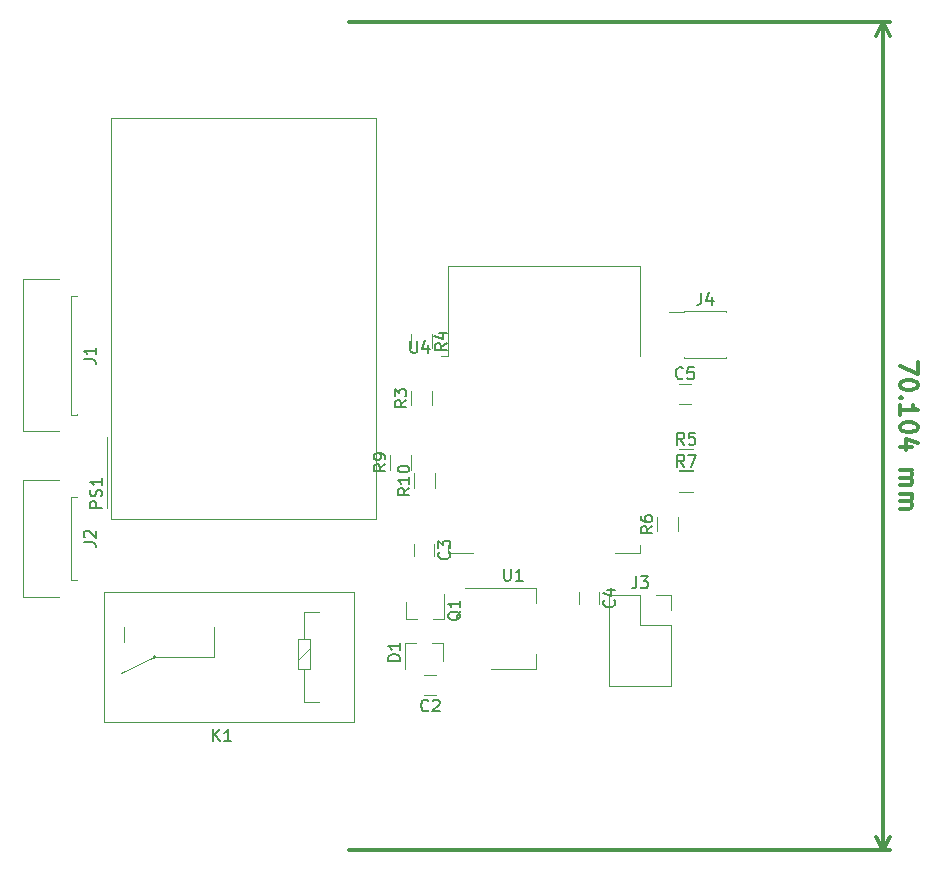
<source format=gbr>
G04 #@! TF.GenerationSoftware,KiCad,Pcbnew,(5.1.6)-1*
G04 #@! TF.CreationDate,2020-08-03T23:37:11+02:00*
G04 #@! TF.ProjectId,loftrelayRound,6c6f6674-7265-46c6-9179-526f756e642e,rev?*
G04 #@! TF.SameCoordinates,Original*
G04 #@! TF.FileFunction,Legend,Top*
G04 #@! TF.FilePolarity,Positive*
%FSLAX46Y46*%
G04 Gerber Fmt 4.6, Leading zero omitted, Abs format (unit mm)*
G04 Created by KiCad (PCBNEW (5.1.6)-1) date 2020-08-03 23:37:11*
%MOMM*%
%LPD*%
G01*
G04 APERTURE LIST*
%ADD10C,0.300000*%
%ADD11C,0.120000*%
%ADD12C,0.150000*%
G04 APERTURE END LIST*
D10*
X196723428Y-111570285D02*
X196723428Y-112570285D01*
X195223428Y-111927428D01*
X196723428Y-113427428D02*
X196723428Y-113570285D01*
X196652000Y-113713142D01*
X196580571Y-113784571D01*
X196437714Y-113856000D01*
X196152000Y-113927428D01*
X195794857Y-113927428D01*
X195509142Y-113856000D01*
X195366285Y-113784571D01*
X195294857Y-113713142D01*
X195223428Y-113570285D01*
X195223428Y-113427428D01*
X195294857Y-113284571D01*
X195366285Y-113213142D01*
X195509142Y-113141714D01*
X195794857Y-113070285D01*
X196152000Y-113070285D01*
X196437714Y-113141714D01*
X196580571Y-113213142D01*
X196652000Y-113284571D01*
X196723428Y-113427428D01*
X195366285Y-114570285D02*
X195294857Y-114641714D01*
X195223428Y-114570285D01*
X195294857Y-114498857D01*
X195366285Y-114570285D01*
X195223428Y-114570285D01*
X195223428Y-116070285D02*
X195223428Y-115213142D01*
X195223428Y-115641714D02*
X196723428Y-115641714D01*
X196509142Y-115498857D01*
X196366285Y-115356000D01*
X196294857Y-115213142D01*
X196723428Y-116998857D02*
X196723428Y-117141714D01*
X196652000Y-117284571D01*
X196580571Y-117356000D01*
X196437714Y-117427428D01*
X196152000Y-117498857D01*
X195794857Y-117498857D01*
X195509142Y-117427428D01*
X195366285Y-117356000D01*
X195294857Y-117284571D01*
X195223428Y-117141714D01*
X195223428Y-116998857D01*
X195294857Y-116856000D01*
X195366285Y-116784571D01*
X195509142Y-116713142D01*
X195794857Y-116641714D01*
X196152000Y-116641714D01*
X196437714Y-116713142D01*
X196580571Y-116784571D01*
X196652000Y-116856000D01*
X196723428Y-116998857D01*
X196223428Y-118784571D02*
X195223428Y-118784571D01*
X196794857Y-118427428D02*
X195723428Y-118070285D01*
X195723428Y-118998857D01*
X195223428Y-120713142D02*
X196223428Y-120713142D01*
X196080571Y-120713142D02*
X196152000Y-120784571D01*
X196223428Y-120927428D01*
X196223428Y-121141714D01*
X196152000Y-121284571D01*
X196009142Y-121356000D01*
X195223428Y-121356000D01*
X196009142Y-121356000D02*
X196152000Y-121427428D01*
X196223428Y-121570285D01*
X196223428Y-121784571D01*
X196152000Y-121927428D01*
X196009142Y-121998857D01*
X195223428Y-121998857D01*
X195223428Y-122713142D02*
X196223428Y-122713142D01*
X196080571Y-122713142D02*
X196152000Y-122784571D01*
X196223428Y-122927428D01*
X196223428Y-123141714D01*
X196152000Y-123284571D01*
X196009142Y-123356000D01*
X195223428Y-123356000D01*
X196009142Y-123356000D02*
X196152000Y-123427428D01*
X196223428Y-123570285D01*
X196223428Y-123784571D01*
X196152000Y-123927428D01*
X196009142Y-123998857D01*
X195223428Y-123998857D01*
X193802000Y-82804000D02*
X193802000Y-152908000D01*
X148590000Y-82804000D02*
X194388421Y-82804000D01*
X148590000Y-152908000D02*
X194388421Y-152908000D01*
X193802000Y-152908000D02*
X193215579Y-151781496D01*
X193802000Y-152908000D02*
X194388421Y-151781496D01*
X193802000Y-82804000D02*
X193215579Y-83930504D01*
X193802000Y-82804000D02*
X194388421Y-83930504D01*
D11*
X124065000Y-121565000D02*
X120990000Y-121565000D01*
X120990000Y-121565000D02*
X120990000Y-131435000D01*
X120990000Y-131435000D02*
X124065000Y-131435000D01*
X125580000Y-123005000D02*
X125580000Y-122985000D01*
X125580000Y-122985000D02*
X125080000Y-122985000D01*
X125080000Y-122985000D02*
X125080000Y-130015000D01*
X125080000Y-130015000D02*
X125580000Y-130015000D01*
X125580000Y-130015000D02*
X125580000Y-129995000D01*
X124065000Y-104565000D02*
X120990000Y-104565000D01*
X120990000Y-104565000D02*
X120990000Y-117435000D01*
X120990000Y-117435000D02*
X124065000Y-117435000D01*
X125580000Y-106005000D02*
X125580000Y-105985000D01*
X125580000Y-105985000D02*
X125080000Y-105985000D01*
X125080000Y-105985000D02*
X125080000Y-116015000D01*
X125080000Y-116015000D02*
X125580000Y-116015000D01*
X125580000Y-116015000D02*
X125580000Y-115995000D01*
X154968000Y-139788000D02*
X155968000Y-139788000D01*
X155968000Y-138088000D02*
X154968000Y-138088000D01*
X154090000Y-126988000D02*
X154090000Y-127988000D01*
X155790000Y-127988000D02*
X155790000Y-126988000D01*
X169760000Y-132052000D02*
X169760000Y-131052000D01*
X168060000Y-131052000D02*
X168060000Y-132052000D01*
X155566000Y-114034000D02*
X155566000Y-115234000D01*
X153806000Y-115234000D02*
X153806000Y-114034000D01*
X155566000Y-109208000D02*
X155566000Y-110408000D01*
X153806000Y-110408000D02*
X153806000Y-109208000D01*
X176518000Y-118920000D02*
X177718000Y-118920000D01*
X177718000Y-120680000D02*
X176518000Y-120680000D01*
X176394000Y-124702000D02*
X176394000Y-125902000D01*
X174634000Y-125902000D02*
X174634000Y-124702000D01*
X176518000Y-120786000D02*
X177718000Y-120786000D01*
X177718000Y-122546000D02*
X176518000Y-122546000D01*
X156980000Y-111070000D02*
X156370000Y-111070000D01*
X156980000Y-111070000D02*
X156980000Y-103450000D01*
X156980000Y-127690000D02*
X156980000Y-127070000D01*
X159100000Y-127690000D02*
X156980000Y-127690000D01*
X173220000Y-127690000D02*
X171100000Y-127690000D01*
X173220000Y-127070000D02*
X173220000Y-127690000D01*
X173220000Y-103450000D02*
X173220000Y-111070000D01*
X156980000Y-103450000D02*
X173220000Y-103450000D01*
X153426000Y-133332000D02*
X154356000Y-133332000D01*
X156586000Y-133332000D02*
X155656000Y-133332000D01*
X156586000Y-133332000D02*
X156586000Y-131172000D01*
X153426000Y-133332000D02*
X153426000Y-131872000D01*
X132080000Y-136525000D02*
X129290000Y-137925000D01*
X129540000Y-133985000D02*
X129540000Y-135255000D01*
X137160000Y-133985000D02*
X137160000Y-136525000D01*
X137160000Y-136525000D02*
X132080000Y-136525000D01*
X145290000Y-135765000D02*
X144270000Y-136775000D01*
X144780000Y-140335000D02*
X146050000Y-140335000D01*
X144780000Y-137545000D02*
X144780000Y-140335000D01*
X144780000Y-132715000D02*
X144780000Y-135005000D01*
X146050000Y-132715000D02*
X144780000Y-132715000D01*
X144780000Y-135005000D02*
X145290000Y-135005000D01*
X145290000Y-135005000D02*
X145290000Y-137545000D01*
X145290000Y-137545000D02*
X144780000Y-137545000D01*
X144780000Y-137545000D02*
X144270000Y-137545000D01*
X144270000Y-137545000D02*
X144270000Y-135005000D01*
X144270000Y-135005000D02*
X144780000Y-135005000D01*
X149000000Y-131025000D02*
X127860000Y-131025000D01*
X127860000Y-131025000D02*
X127860000Y-142025000D01*
X149000000Y-131025000D02*
X149000000Y-142025000D01*
X149000000Y-142025000D02*
X127860000Y-142025000D01*
X132210000Y-136525000D02*
G75*
G03*
X132210000Y-136525000I-130000J0D01*
G01*
X177518000Y-113450000D02*
X176518000Y-113450000D01*
X176518000Y-115150000D02*
X177518000Y-115150000D01*
X128060001Y-123874999D02*
X128060001Y-117874999D01*
X150830001Y-124844999D02*
X150830001Y-90904999D01*
X128390001Y-124844999D02*
X128390001Y-90904999D01*
X128390001Y-90904999D02*
X150830001Y-90904999D01*
X150830001Y-124844999D02*
X128390001Y-124844999D01*
X158358000Y-130702000D02*
X164368000Y-130702000D01*
X160608000Y-137522000D02*
X164368000Y-137522000D01*
X164368000Y-130702000D02*
X164368000Y-131962000D01*
X164368000Y-137522000D02*
X164368000Y-136262000D01*
X156520000Y-135368000D02*
X156520000Y-136828000D01*
X153360000Y-135368000D02*
X153360000Y-137528000D01*
X153360000Y-135368000D02*
X154290000Y-135368000D01*
X156520000Y-135368000D02*
X155590000Y-135368000D01*
X176969000Y-107255000D02*
X180499000Y-107255000D01*
X176969000Y-111185000D02*
X180499000Y-111185000D01*
X175644000Y-107320000D02*
X176969000Y-107320000D01*
X176969000Y-107255000D02*
X176969000Y-107320000D01*
X180499000Y-107255000D02*
X180499000Y-107320000D01*
X176969000Y-111120000D02*
X176969000Y-111185000D01*
X180499000Y-111120000D02*
X180499000Y-111185000D01*
X175828000Y-133858000D02*
X175828000Y-138998000D01*
X175828000Y-138998000D02*
X170628000Y-138998000D01*
X170628000Y-138998000D02*
X170628000Y-131258000D01*
X170628000Y-131258000D02*
X173228000Y-131258000D01*
X173228000Y-131258000D02*
X173228000Y-133858000D01*
X173228000Y-133858000D02*
X175828000Y-133858000D01*
X175828000Y-132588000D02*
X175828000Y-131258000D01*
X175828000Y-131258000D02*
X174558000Y-131258000D01*
X153788000Y-119462000D02*
X153788000Y-120662000D01*
X152028000Y-120662000D02*
X152028000Y-119462000D01*
X154060000Y-122186000D02*
X154060000Y-120986000D01*
X155820000Y-120986000D02*
X155820000Y-122186000D01*
D12*
X126122380Y-126833333D02*
X126836666Y-126833333D01*
X126979523Y-126880952D01*
X127074761Y-126976190D01*
X127122380Y-127119047D01*
X127122380Y-127214285D01*
X126217619Y-126404761D02*
X126170000Y-126357142D01*
X126122380Y-126261904D01*
X126122380Y-126023809D01*
X126170000Y-125928571D01*
X126217619Y-125880952D01*
X126312857Y-125833333D01*
X126408095Y-125833333D01*
X126550952Y-125880952D01*
X127122380Y-126452380D01*
X127122380Y-125833333D01*
X126122380Y-111333333D02*
X126836666Y-111333333D01*
X126979523Y-111380952D01*
X127074761Y-111476190D01*
X127122380Y-111619047D01*
X127122380Y-111714285D01*
X127122380Y-110333333D02*
X127122380Y-110904761D01*
X127122380Y-110619047D02*
X126122380Y-110619047D01*
X126265238Y-110714285D01*
X126360476Y-110809523D01*
X126408095Y-110904761D01*
X155301333Y-141045142D02*
X155253714Y-141092761D01*
X155110857Y-141140380D01*
X155015619Y-141140380D01*
X154872761Y-141092761D01*
X154777523Y-140997523D01*
X154729904Y-140902285D01*
X154682285Y-140711809D01*
X154682285Y-140568952D01*
X154729904Y-140378476D01*
X154777523Y-140283238D01*
X154872761Y-140188000D01*
X155015619Y-140140380D01*
X155110857Y-140140380D01*
X155253714Y-140188000D01*
X155301333Y-140235619D01*
X155682285Y-140235619D02*
X155729904Y-140188000D01*
X155825142Y-140140380D01*
X156063238Y-140140380D01*
X156158476Y-140188000D01*
X156206095Y-140235619D01*
X156253714Y-140330857D01*
X156253714Y-140426095D01*
X156206095Y-140568952D01*
X155634666Y-141140380D01*
X156253714Y-141140380D01*
X157047142Y-127654666D02*
X157094761Y-127702285D01*
X157142380Y-127845142D01*
X157142380Y-127940380D01*
X157094761Y-128083238D01*
X156999523Y-128178476D01*
X156904285Y-128226095D01*
X156713809Y-128273714D01*
X156570952Y-128273714D01*
X156380476Y-128226095D01*
X156285238Y-128178476D01*
X156190000Y-128083238D01*
X156142380Y-127940380D01*
X156142380Y-127845142D01*
X156190000Y-127702285D01*
X156237619Y-127654666D01*
X156142380Y-127321333D02*
X156142380Y-126702285D01*
X156523333Y-127035619D01*
X156523333Y-126892761D01*
X156570952Y-126797523D01*
X156618571Y-126749904D01*
X156713809Y-126702285D01*
X156951904Y-126702285D01*
X157047142Y-126749904D01*
X157094761Y-126797523D01*
X157142380Y-126892761D01*
X157142380Y-127178476D01*
X157094761Y-127273714D01*
X157047142Y-127321333D01*
X171017142Y-131718666D02*
X171064761Y-131766285D01*
X171112380Y-131909142D01*
X171112380Y-132004380D01*
X171064761Y-132147238D01*
X170969523Y-132242476D01*
X170874285Y-132290095D01*
X170683809Y-132337714D01*
X170540952Y-132337714D01*
X170350476Y-132290095D01*
X170255238Y-132242476D01*
X170160000Y-132147238D01*
X170112380Y-132004380D01*
X170112380Y-131909142D01*
X170160000Y-131766285D01*
X170207619Y-131718666D01*
X170445714Y-130861523D02*
X171112380Y-130861523D01*
X170064761Y-131099619D02*
X170779047Y-131337714D01*
X170779047Y-130718666D01*
X153438380Y-114800666D02*
X152962190Y-115134000D01*
X153438380Y-115372095D02*
X152438380Y-115372095D01*
X152438380Y-114991142D01*
X152486000Y-114895904D01*
X152533619Y-114848285D01*
X152628857Y-114800666D01*
X152771714Y-114800666D01*
X152866952Y-114848285D01*
X152914571Y-114895904D01*
X152962190Y-114991142D01*
X152962190Y-115372095D01*
X152438380Y-114467333D02*
X152438380Y-113848285D01*
X152819333Y-114181619D01*
X152819333Y-114038761D01*
X152866952Y-113943523D01*
X152914571Y-113895904D01*
X153009809Y-113848285D01*
X153247904Y-113848285D01*
X153343142Y-113895904D01*
X153390761Y-113943523D01*
X153438380Y-114038761D01*
X153438380Y-114324476D01*
X153390761Y-114419714D01*
X153343142Y-114467333D01*
X156838380Y-109974666D02*
X156362190Y-110308000D01*
X156838380Y-110546095D02*
X155838380Y-110546095D01*
X155838380Y-110165142D01*
X155886000Y-110069904D01*
X155933619Y-110022285D01*
X156028857Y-109974666D01*
X156171714Y-109974666D01*
X156266952Y-110022285D01*
X156314571Y-110069904D01*
X156362190Y-110165142D01*
X156362190Y-110546095D01*
X156171714Y-109117523D02*
X156838380Y-109117523D01*
X155790761Y-109355619D02*
X156505047Y-109593714D01*
X156505047Y-108974666D01*
X176951333Y-118552380D02*
X176618000Y-118076190D01*
X176379904Y-118552380D02*
X176379904Y-117552380D01*
X176760857Y-117552380D01*
X176856095Y-117600000D01*
X176903714Y-117647619D01*
X176951333Y-117742857D01*
X176951333Y-117885714D01*
X176903714Y-117980952D01*
X176856095Y-118028571D01*
X176760857Y-118076190D01*
X176379904Y-118076190D01*
X177856095Y-117552380D02*
X177379904Y-117552380D01*
X177332285Y-118028571D01*
X177379904Y-117980952D01*
X177475142Y-117933333D01*
X177713238Y-117933333D01*
X177808476Y-117980952D01*
X177856095Y-118028571D01*
X177903714Y-118123809D01*
X177903714Y-118361904D01*
X177856095Y-118457142D01*
X177808476Y-118504761D01*
X177713238Y-118552380D01*
X177475142Y-118552380D01*
X177379904Y-118504761D01*
X177332285Y-118457142D01*
X174266380Y-125468666D02*
X173790190Y-125802000D01*
X174266380Y-126040095D02*
X173266380Y-126040095D01*
X173266380Y-125659142D01*
X173314000Y-125563904D01*
X173361619Y-125516285D01*
X173456857Y-125468666D01*
X173599714Y-125468666D01*
X173694952Y-125516285D01*
X173742571Y-125563904D01*
X173790190Y-125659142D01*
X173790190Y-126040095D01*
X173266380Y-124611523D02*
X173266380Y-124802000D01*
X173314000Y-124897238D01*
X173361619Y-124944857D01*
X173504476Y-125040095D01*
X173694952Y-125087714D01*
X174075904Y-125087714D01*
X174171142Y-125040095D01*
X174218761Y-124992476D01*
X174266380Y-124897238D01*
X174266380Y-124706761D01*
X174218761Y-124611523D01*
X174171142Y-124563904D01*
X174075904Y-124516285D01*
X173837809Y-124516285D01*
X173742571Y-124563904D01*
X173694952Y-124611523D01*
X173647333Y-124706761D01*
X173647333Y-124897238D01*
X173694952Y-124992476D01*
X173742571Y-125040095D01*
X173837809Y-125087714D01*
X176951333Y-120418380D02*
X176618000Y-119942190D01*
X176379904Y-120418380D02*
X176379904Y-119418380D01*
X176760857Y-119418380D01*
X176856095Y-119466000D01*
X176903714Y-119513619D01*
X176951333Y-119608857D01*
X176951333Y-119751714D01*
X176903714Y-119846952D01*
X176856095Y-119894571D01*
X176760857Y-119942190D01*
X176379904Y-119942190D01*
X177284666Y-119418380D02*
X177951333Y-119418380D01*
X177522761Y-120418380D01*
X153778095Y-109762380D02*
X153778095Y-110571904D01*
X153825714Y-110667142D01*
X153873333Y-110714761D01*
X153968571Y-110762380D01*
X154159047Y-110762380D01*
X154254285Y-110714761D01*
X154301904Y-110667142D01*
X154349523Y-110571904D01*
X154349523Y-109762380D01*
X155254285Y-110095714D02*
X155254285Y-110762380D01*
X155016190Y-109714761D02*
X154778095Y-110429047D01*
X155397142Y-110429047D01*
X158053619Y-132667238D02*
X158006000Y-132762476D01*
X157910761Y-132857714D01*
X157767904Y-133000571D01*
X157720285Y-133095809D01*
X157720285Y-133191047D01*
X157958380Y-133143428D02*
X157910761Y-133238666D01*
X157815523Y-133333904D01*
X157625047Y-133381523D01*
X157291714Y-133381523D01*
X157101238Y-133333904D01*
X157006000Y-133238666D01*
X156958380Y-133143428D01*
X156958380Y-132952952D01*
X157006000Y-132857714D01*
X157101238Y-132762476D01*
X157291714Y-132714857D01*
X157625047Y-132714857D01*
X157815523Y-132762476D01*
X157910761Y-132857714D01*
X157958380Y-132952952D01*
X157958380Y-133143428D01*
X157958380Y-131762476D02*
X157958380Y-132333904D01*
X157958380Y-132048190D02*
X156958380Y-132048190D01*
X157101238Y-132143428D01*
X157196476Y-132238666D01*
X157244095Y-132333904D01*
X137081904Y-143667380D02*
X137081904Y-142667380D01*
X137653333Y-143667380D02*
X137224761Y-143095952D01*
X137653333Y-142667380D02*
X137081904Y-143238809D01*
X138605714Y-143667380D02*
X138034285Y-143667380D01*
X138320000Y-143667380D02*
X138320000Y-142667380D01*
X138224761Y-142810238D01*
X138129523Y-142905476D01*
X138034285Y-142953095D01*
X176851333Y-112907142D02*
X176803714Y-112954761D01*
X176660857Y-113002380D01*
X176565619Y-113002380D01*
X176422761Y-112954761D01*
X176327523Y-112859523D01*
X176279904Y-112764285D01*
X176232285Y-112573809D01*
X176232285Y-112430952D01*
X176279904Y-112240476D01*
X176327523Y-112145238D01*
X176422761Y-112050000D01*
X176565619Y-112002380D01*
X176660857Y-112002380D01*
X176803714Y-112050000D01*
X176851333Y-112097619D01*
X177756095Y-112002380D02*
X177279904Y-112002380D01*
X177232285Y-112478571D01*
X177279904Y-112430952D01*
X177375142Y-112383333D01*
X177613238Y-112383333D01*
X177708476Y-112430952D01*
X177756095Y-112478571D01*
X177803714Y-112573809D01*
X177803714Y-112811904D01*
X177756095Y-112907142D01*
X177708476Y-112954761D01*
X177613238Y-113002380D01*
X177375142Y-113002380D01*
X177279904Y-112954761D01*
X177232285Y-112907142D01*
X127662381Y-123889284D02*
X126662381Y-123889284D01*
X126662381Y-123508332D01*
X126710001Y-123413094D01*
X126757620Y-123365475D01*
X126852858Y-123317856D01*
X126995715Y-123317856D01*
X127090953Y-123365475D01*
X127138572Y-123413094D01*
X127186191Y-123508332D01*
X127186191Y-123889284D01*
X127614762Y-122936903D02*
X127662381Y-122794046D01*
X127662381Y-122555951D01*
X127614762Y-122460713D01*
X127567143Y-122413094D01*
X127471905Y-122365475D01*
X127376667Y-122365475D01*
X127281429Y-122413094D01*
X127233810Y-122460713D01*
X127186191Y-122555951D01*
X127138572Y-122746427D01*
X127090953Y-122841665D01*
X127043334Y-122889284D01*
X126948096Y-122936903D01*
X126852858Y-122936903D01*
X126757620Y-122889284D01*
X126710001Y-122841665D01*
X126662381Y-122746427D01*
X126662381Y-122508332D01*
X126710001Y-122365475D01*
X127662381Y-121413094D02*
X127662381Y-121984522D01*
X127662381Y-121698808D02*
X126662381Y-121698808D01*
X126805239Y-121794046D01*
X126900477Y-121889284D01*
X126948096Y-121984522D01*
X161696095Y-129064380D02*
X161696095Y-129873904D01*
X161743714Y-129969142D01*
X161791333Y-130016761D01*
X161886571Y-130064380D01*
X162077047Y-130064380D01*
X162172285Y-130016761D01*
X162219904Y-129969142D01*
X162267523Y-129873904D01*
X162267523Y-129064380D01*
X163267523Y-130064380D02*
X162696095Y-130064380D01*
X162981809Y-130064380D02*
X162981809Y-129064380D01*
X162886571Y-129207238D01*
X162791333Y-129302476D01*
X162696095Y-129350095D01*
X152892380Y-136866095D02*
X151892380Y-136866095D01*
X151892380Y-136628000D01*
X151940000Y-136485142D01*
X152035238Y-136389904D01*
X152130476Y-136342285D01*
X152320952Y-136294666D01*
X152463809Y-136294666D01*
X152654285Y-136342285D01*
X152749523Y-136389904D01*
X152844761Y-136485142D01*
X152892380Y-136628000D01*
X152892380Y-136866095D01*
X152892380Y-135342285D02*
X152892380Y-135913714D01*
X152892380Y-135628000D02*
X151892380Y-135628000D01*
X152035238Y-135723238D01*
X152130476Y-135818476D01*
X152178095Y-135913714D01*
X178400666Y-105707380D02*
X178400666Y-106421666D01*
X178353047Y-106564523D01*
X178257809Y-106659761D01*
X178114952Y-106707380D01*
X178019714Y-106707380D01*
X179305428Y-106040714D02*
X179305428Y-106707380D01*
X179067333Y-105659761D02*
X178829238Y-106374047D01*
X179448285Y-106374047D01*
X172894666Y-129710380D02*
X172894666Y-130424666D01*
X172847047Y-130567523D01*
X172751809Y-130662761D01*
X172608952Y-130710380D01*
X172513714Y-130710380D01*
X173275619Y-129710380D02*
X173894666Y-129710380D01*
X173561333Y-130091333D01*
X173704190Y-130091333D01*
X173799428Y-130138952D01*
X173847047Y-130186571D01*
X173894666Y-130281809D01*
X173894666Y-130519904D01*
X173847047Y-130615142D01*
X173799428Y-130662761D01*
X173704190Y-130710380D01*
X173418476Y-130710380D01*
X173323238Y-130662761D01*
X173275619Y-130615142D01*
X151660380Y-120228666D02*
X151184190Y-120562000D01*
X151660380Y-120800095D02*
X150660380Y-120800095D01*
X150660380Y-120419142D01*
X150708000Y-120323904D01*
X150755619Y-120276285D01*
X150850857Y-120228666D01*
X150993714Y-120228666D01*
X151088952Y-120276285D01*
X151136571Y-120323904D01*
X151184190Y-120419142D01*
X151184190Y-120800095D01*
X151660380Y-119752476D02*
X151660380Y-119562000D01*
X151612761Y-119466761D01*
X151565142Y-119419142D01*
X151422285Y-119323904D01*
X151231809Y-119276285D01*
X150850857Y-119276285D01*
X150755619Y-119323904D01*
X150708000Y-119371523D01*
X150660380Y-119466761D01*
X150660380Y-119657238D01*
X150708000Y-119752476D01*
X150755619Y-119800095D01*
X150850857Y-119847714D01*
X151088952Y-119847714D01*
X151184190Y-119800095D01*
X151231809Y-119752476D01*
X151279428Y-119657238D01*
X151279428Y-119466761D01*
X151231809Y-119371523D01*
X151184190Y-119323904D01*
X151088952Y-119276285D01*
X153692380Y-122228857D02*
X153216190Y-122562190D01*
X153692380Y-122800285D02*
X152692380Y-122800285D01*
X152692380Y-122419333D01*
X152740000Y-122324095D01*
X152787619Y-122276476D01*
X152882857Y-122228857D01*
X153025714Y-122228857D01*
X153120952Y-122276476D01*
X153168571Y-122324095D01*
X153216190Y-122419333D01*
X153216190Y-122800285D01*
X153692380Y-121276476D02*
X153692380Y-121847904D01*
X153692380Y-121562190D02*
X152692380Y-121562190D01*
X152835238Y-121657428D01*
X152930476Y-121752666D01*
X152978095Y-121847904D01*
X152692380Y-120657428D02*
X152692380Y-120562190D01*
X152740000Y-120466952D01*
X152787619Y-120419333D01*
X152882857Y-120371714D01*
X153073333Y-120324095D01*
X153311428Y-120324095D01*
X153501904Y-120371714D01*
X153597142Y-120419333D01*
X153644761Y-120466952D01*
X153692380Y-120562190D01*
X153692380Y-120657428D01*
X153644761Y-120752666D01*
X153597142Y-120800285D01*
X153501904Y-120847904D01*
X153311428Y-120895523D01*
X153073333Y-120895523D01*
X152882857Y-120847904D01*
X152787619Y-120800285D01*
X152740000Y-120752666D01*
X152692380Y-120657428D01*
M02*

</source>
